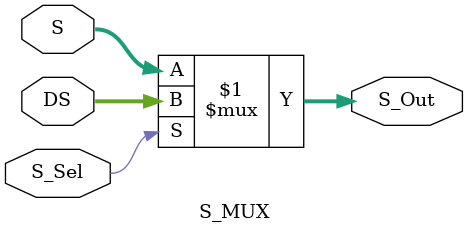
<source format=v>
`timescale 1ns / 1ps
module S_MUX(S, DS, S_Sel, S_Out);

	// Input declarations
	input [15:0] S    , DS;
	input        S_Sel;
	
	// Output declarations
	output wire [15:0]  S_Out; 
	
	// If S_Sel, S_Out will be set to DS or else it will be S
	assign S_Out = (S_Sel) ? DS : S ;
	
endmodule

</source>
